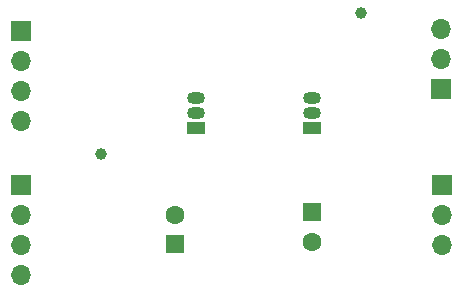
<source format=gbr>
%TF.GenerationSoftware,KiCad,Pcbnew,8.0.6*%
%TF.CreationDate,2024-11-25T01:10:15+00:00*%
%TF.ProjectId,GEOFF board v1,47454f46-4620-4626-9f61-72642076312e,rev?*%
%TF.SameCoordinates,Original*%
%TF.FileFunction,Soldermask,Bot*%
%TF.FilePolarity,Negative*%
%FSLAX46Y46*%
G04 Gerber Fmt 4.6, Leading zero omitted, Abs format (unit mm)*
G04 Created by KiCad (PCBNEW 8.0.6) date 2024-11-25 01:10:15*
%MOMM*%
%LPD*%
G01*
G04 APERTURE LIST*
%ADD10C,1.000000*%
%ADD11R,1.500000X1.050000*%
%ADD12O,1.500000X1.050000*%
%ADD13O,1.700000X1.700000*%
%ADD14R,1.700000X1.700000*%
%ADD15R,1.600000X1.600000*%
%ADD16C,1.600000*%
G04 APERTURE END LIST*
D10*
%TO.C,TP2*%
X51800000Y-138400000D03*
%TD*%
%TO.C,TP1*%
X29800000Y-150400000D03*
%TD*%
D11*
%TO.C,Q2*%
X47600000Y-148200000D03*
D12*
X47600000Y-146930000D03*
X47600000Y-145660000D03*
%TD*%
D11*
%TO.C,Q1*%
X37800000Y-148200000D03*
D12*
X37800000Y-146930000D03*
X37800000Y-145660000D03*
%TD*%
D13*
%TO.C,J4*%
X58670000Y-158080000D03*
X58670000Y-155540000D03*
D14*
X58670000Y-153000000D03*
%TD*%
%TO.C,J3*%
X23000000Y-153000000D03*
D13*
X23000000Y-155540000D03*
X23000000Y-158080000D03*
X23000000Y-160620000D03*
%TD*%
%TO.C,J2*%
X58530000Y-139790000D03*
X58530000Y-142330000D03*
D14*
X58530000Y-144870000D03*
%TD*%
D13*
%TO.C,J1*%
X23000000Y-147620000D03*
X23000000Y-145080000D03*
X23000000Y-142540000D03*
D14*
X23000000Y-140000000D03*
%TD*%
D15*
%TO.C,C2*%
X36000000Y-158000000D03*
D16*
X36000000Y-155500000D03*
%TD*%
D15*
%TO.C,C1*%
X47600000Y-155300000D03*
D16*
X47600000Y-157800000D03*
%TD*%
M02*

</source>
